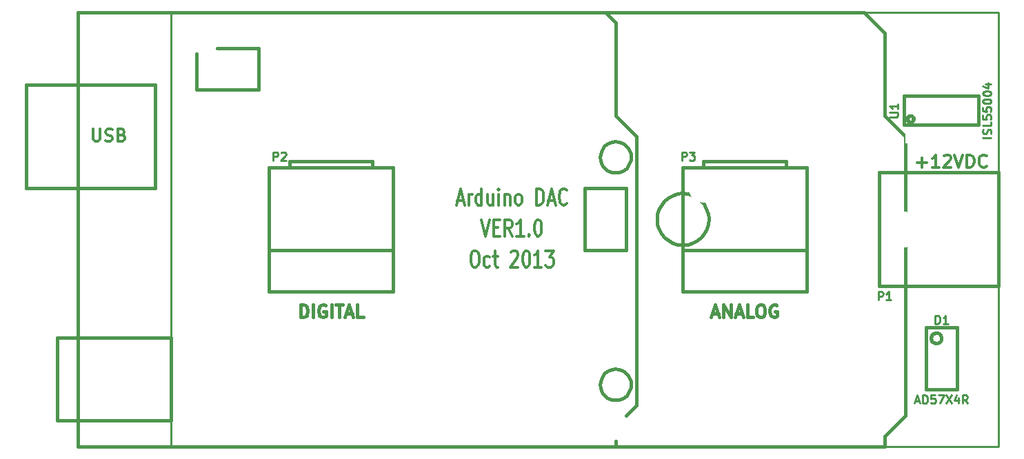
<source format=gto>
G04 (created by PCBNEW-RS274X (2011-05-25)-stable) date Fri 11 Oct 2013 04:24:49 PM EDT*
G01*
G70*
G90*
%MOIN*%
G04 Gerber Fmt 3.4, Leading zero omitted, Abs format*
%FSLAX34Y34*%
G04 APERTURE LIST*
%ADD10C,0.006000*%
%ADD11C,0.012000*%
%ADD12C,0.009000*%
%ADD13C,0.015000*%
%ADD14C,0.010000*%
%ADD15C,0.096000*%
%ADD16C,0.160000*%
%ADD17C,0.180000*%
%ADD18C,0.175000*%
%ADD19O,0.080000X0.120000*%
%ADD20C,0.080000*%
%ADD21R,0.059100X0.019700*%
%ADD22C,0.140000*%
%ADD23R,0.085000X0.085000*%
%ADD24C,0.085000*%
%ADD25R,0.045000X0.080000*%
G04 APERTURE END LIST*
G54D10*
G54D11*
X63357Y-39595D02*
X63643Y-39595D01*
X63300Y-39824D02*
X63500Y-39024D01*
X63700Y-39824D01*
X63900Y-39824D02*
X63900Y-39290D01*
X63900Y-39443D02*
X63928Y-39367D01*
X63957Y-39329D01*
X64014Y-39290D01*
X64071Y-39290D01*
X64528Y-39824D02*
X64528Y-39024D01*
X64528Y-39786D02*
X64471Y-39824D01*
X64357Y-39824D01*
X64299Y-39786D01*
X64271Y-39748D01*
X64242Y-39671D01*
X64242Y-39443D01*
X64271Y-39367D01*
X64299Y-39329D01*
X64357Y-39290D01*
X64471Y-39290D01*
X64528Y-39329D01*
X65071Y-39290D02*
X65071Y-39824D01*
X64814Y-39290D02*
X64814Y-39710D01*
X64842Y-39786D01*
X64900Y-39824D01*
X64985Y-39824D01*
X65042Y-39786D01*
X65071Y-39748D01*
X65357Y-39824D02*
X65357Y-39290D01*
X65357Y-39024D02*
X65328Y-39062D01*
X65357Y-39100D01*
X65385Y-39062D01*
X65357Y-39024D01*
X65357Y-39100D01*
X65643Y-39290D02*
X65643Y-39824D01*
X65643Y-39367D02*
X65671Y-39329D01*
X65729Y-39290D01*
X65814Y-39290D01*
X65871Y-39329D01*
X65900Y-39405D01*
X65900Y-39824D01*
X66272Y-39824D02*
X66214Y-39786D01*
X66186Y-39748D01*
X66157Y-39671D01*
X66157Y-39443D01*
X66186Y-39367D01*
X66214Y-39329D01*
X66272Y-39290D01*
X66357Y-39290D01*
X66414Y-39329D01*
X66443Y-39367D01*
X66472Y-39443D01*
X66472Y-39671D01*
X66443Y-39748D01*
X66414Y-39786D01*
X66357Y-39824D01*
X66272Y-39824D01*
X67186Y-39824D02*
X67186Y-39024D01*
X67329Y-39024D01*
X67414Y-39062D01*
X67472Y-39138D01*
X67500Y-39214D01*
X67529Y-39367D01*
X67529Y-39481D01*
X67500Y-39633D01*
X67472Y-39710D01*
X67414Y-39786D01*
X67329Y-39824D01*
X67186Y-39824D01*
X67757Y-39595D02*
X68043Y-39595D01*
X67700Y-39824D02*
X67900Y-39024D01*
X68100Y-39824D01*
X68643Y-39748D02*
X68614Y-39786D01*
X68528Y-39824D01*
X68471Y-39824D01*
X68386Y-39786D01*
X68328Y-39710D01*
X68300Y-39633D01*
X68271Y-39481D01*
X68271Y-39367D01*
X68300Y-39214D01*
X68328Y-39138D01*
X68386Y-39062D01*
X68471Y-39024D01*
X68528Y-39024D01*
X68614Y-39062D01*
X68643Y-39100D01*
X64144Y-42024D02*
X64258Y-42024D01*
X64316Y-42062D01*
X64373Y-42138D01*
X64401Y-42290D01*
X64401Y-42557D01*
X64373Y-42710D01*
X64316Y-42786D01*
X64258Y-42824D01*
X64144Y-42824D01*
X64087Y-42786D01*
X64030Y-42710D01*
X64001Y-42557D01*
X64001Y-42290D01*
X64030Y-42138D01*
X64087Y-42062D01*
X64144Y-42024D01*
X64916Y-42786D02*
X64859Y-42824D01*
X64745Y-42824D01*
X64687Y-42786D01*
X64659Y-42748D01*
X64630Y-42671D01*
X64630Y-42443D01*
X64659Y-42367D01*
X64687Y-42329D01*
X64745Y-42290D01*
X64859Y-42290D01*
X64916Y-42329D01*
X65087Y-42290D02*
X65316Y-42290D01*
X65173Y-42024D02*
X65173Y-42710D01*
X65201Y-42786D01*
X65259Y-42824D01*
X65316Y-42824D01*
X65944Y-42100D02*
X65973Y-42062D01*
X66030Y-42024D01*
X66173Y-42024D01*
X66230Y-42062D01*
X66259Y-42100D01*
X66287Y-42176D01*
X66287Y-42252D01*
X66259Y-42367D01*
X65916Y-42824D01*
X66287Y-42824D01*
X66658Y-42024D02*
X66715Y-42024D01*
X66772Y-42062D01*
X66801Y-42100D01*
X66830Y-42176D01*
X66858Y-42329D01*
X66858Y-42519D01*
X66830Y-42671D01*
X66801Y-42748D01*
X66772Y-42786D01*
X66715Y-42824D01*
X66658Y-42824D01*
X66601Y-42786D01*
X66572Y-42748D01*
X66544Y-42671D01*
X66515Y-42519D01*
X66515Y-42329D01*
X66544Y-42176D01*
X66572Y-42100D01*
X66601Y-42062D01*
X66658Y-42024D01*
X67429Y-42824D02*
X67086Y-42824D01*
X67258Y-42824D02*
X67258Y-42024D01*
X67201Y-42138D01*
X67143Y-42214D01*
X67086Y-42252D01*
X67629Y-42024D02*
X68000Y-42024D01*
X67800Y-42329D01*
X67886Y-42329D01*
X67943Y-42367D01*
X67972Y-42405D01*
X68000Y-42481D01*
X68000Y-42671D01*
X67972Y-42748D01*
X67943Y-42786D01*
X67886Y-42824D01*
X67714Y-42824D01*
X67657Y-42786D01*
X67629Y-42748D01*
X64515Y-40524D02*
X64715Y-41324D01*
X64915Y-40524D01*
X65115Y-40905D02*
X65315Y-40905D01*
X65401Y-41324D02*
X65115Y-41324D01*
X65115Y-40524D01*
X65401Y-40524D01*
X66001Y-41324D02*
X65801Y-40943D01*
X65658Y-41324D02*
X65658Y-40524D01*
X65886Y-40524D01*
X65944Y-40562D01*
X65972Y-40600D01*
X66001Y-40676D01*
X66001Y-40790D01*
X65972Y-40867D01*
X65944Y-40905D01*
X65886Y-40943D01*
X65658Y-40943D01*
X66572Y-41324D02*
X66229Y-41324D01*
X66401Y-41324D02*
X66401Y-40524D01*
X66344Y-40638D01*
X66286Y-40714D01*
X66229Y-40752D01*
X66829Y-41248D02*
X66857Y-41286D01*
X66829Y-41324D01*
X66800Y-41286D01*
X66829Y-41248D01*
X66829Y-41324D01*
X67229Y-40524D02*
X67286Y-40524D01*
X67343Y-40562D01*
X67372Y-40600D01*
X67401Y-40676D01*
X67429Y-40829D01*
X67429Y-41019D01*
X67401Y-41171D01*
X67372Y-41248D01*
X67343Y-41286D01*
X67286Y-41324D01*
X67229Y-41324D01*
X67172Y-41286D01*
X67143Y-41248D01*
X67115Y-41171D01*
X67086Y-41019D01*
X67086Y-40829D01*
X67115Y-40676D01*
X67143Y-40600D01*
X67172Y-40562D01*
X67229Y-40524D01*
G54D12*
X89500Y-30500D02*
X49500Y-30500D01*
X89500Y-51500D02*
X89500Y-30500D01*
X49500Y-51500D02*
X89500Y-51500D01*
X49500Y-30500D02*
X49500Y-51500D01*
G54D13*
X89500Y-38250D02*
X89500Y-43750D01*
X89500Y-43750D02*
X83750Y-43750D01*
X83750Y-43750D02*
X83750Y-38250D01*
X83750Y-38250D02*
X89500Y-38250D01*
X71750Y-48500D02*
X71735Y-48645D01*
X71693Y-48785D01*
X71624Y-48915D01*
X71532Y-49028D01*
X71419Y-49121D01*
X71290Y-49191D01*
X71150Y-49234D01*
X71005Y-49249D01*
X70860Y-49236D01*
X70720Y-49195D01*
X70590Y-49127D01*
X70476Y-49035D01*
X70382Y-48923D01*
X70311Y-48795D01*
X70267Y-48655D01*
X70251Y-48510D01*
X70263Y-48365D01*
X70303Y-48224D01*
X70370Y-48094D01*
X70461Y-47980D01*
X70572Y-47885D01*
X70700Y-47813D01*
X70839Y-47768D01*
X70985Y-47751D01*
X71130Y-47762D01*
X71271Y-47801D01*
X71401Y-47867D01*
X71517Y-47957D01*
X71612Y-48068D01*
X71685Y-48195D01*
X71731Y-48334D01*
X71749Y-48480D01*
X71750Y-48500D01*
X71750Y-37500D02*
X71735Y-37645D01*
X71693Y-37785D01*
X71624Y-37915D01*
X71532Y-38028D01*
X71419Y-38121D01*
X71290Y-38191D01*
X71150Y-38234D01*
X71005Y-38249D01*
X70860Y-38236D01*
X70720Y-38195D01*
X70590Y-38127D01*
X70476Y-38035D01*
X70382Y-37923D01*
X70311Y-37795D01*
X70267Y-37655D01*
X70251Y-37510D01*
X70263Y-37365D01*
X70303Y-37224D01*
X70370Y-37094D01*
X70461Y-36980D01*
X70572Y-36885D01*
X70700Y-36813D01*
X70839Y-36768D01*
X70985Y-36751D01*
X71130Y-36762D01*
X71271Y-36801D01*
X71401Y-36867D01*
X71517Y-36957D01*
X71612Y-37068D01*
X71685Y-37195D01*
X71731Y-37334D01*
X71749Y-37480D01*
X71750Y-37500D01*
X69500Y-42000D02*
X71500Y-42000D01*
X71500Y-42000D02*
X71500Y-39000D01*
X71500Y-39000D02*
X69500Y-39000D01*
X69500Y-39000D02*
X69500Y-42000D01*
X50750Y-34250D02*
X50750Y-32500D01*
X51750Y-32250D02*
X53750Y-32250D01*
X53750Y-32250D02*
X53750Y-34250D01*
X53750Y-34250D02*
X50750Y-34250D01*
X75500Y-40500D02*
X75476Y-40742D01*
X75405Y-40976D01*
X75291Y-41191D01*
X75136Y-41380D01*
X74948Y-41536D01*
X74734Y-41652D01*
X74501Y-41724D01*
X74258Y-41749D01*
X74016Y-41727D01*
X73782Y-41658D01*
X73566Y-41545D01*
X73376Y-41393D01*
X73219Y-41206D01*
X73102Y-40992D01*
X73028Y-40759D01*
X73001Y-40517D01*
X73021Y-40275D01*
X73088Y-40040D01*
X73200Y-39823D01*
X73351Y-39632D01*
X73537Y-39474D01*
X73750Y-39355D01*
X73982Y-39280D01*
X74224Y-39251D01*
X74467Y-39269D01*
X74702Y-39335D01*
X74919Y-39445D01*
X75112Y-39595D01*
X75271Y-39780D01*
X75391Y-39992D01*
X75468Y-40224D01*
X75499Y-40466D01*
X75500Y-40500D01*
X42500Y-39000D02*
X42500Y-34000D01*
X42500Y-34000D02*
X48750Y-34000D01*
X48750Y-34000D02*
X48750Y-39000D01*
X48750Y-39000D02*
X42500Y-39000D01*
X71000Y-51250D02*
X71000Y-51500D01*
X71500Y-50000D02*
X72000Y-49500D01*
X44000Y-50250D02*
X44000Y-46250D01*
X44000Y-46250D02*
X49500Y-46250D01*
X49500Y-46250D02*
X49500Y-50250D01*
X49500Y-50250D02*
X44000Y-50250D01*
X70500Y-30500D02*
X71000Y-31000D01*
X71000Y-31000D02*
X71000Y-35500D01*
X71000Y-35500D02*
X72000Y-36500D01*
X72000Y-36500D02*
X72000Y-49500D01*
X45000Y-51500D02*
X45000Y-30500D01*
X45000Y-30500D02*
X83000Y-30500D01*
X83000Y-30500D02*
X84000Y-31500D01*
X84000Y-31500D02*
X84000Y-35500D01*
X84000Y-35500D02*
X85000Y-36500D01*
X85000Y-36500D02*
X85000Y-50000D01*
X85000Y-50000D02*
X84000Y-51000D01*
X84000Y-51000D02*
X84000Y-51500D01*
X84000Y-51500D02*
X45000Y-51500D01*
X86750Y-46250D02*
X86745Y-46298D01*
X86731Y-46345D01*
X86708Y-46388D01*
X86677Y-46426D01*
X86639Y-46457D01*
X86596Y-46480D01*
X86550Y-46494D01*
X86501Y-46499D01*
X86454Y-46495D01*
X86407Y-46481D01*
X86364Y-46459D01*
X86326Y-46428D01*
X86294Y-46391D01*
X86271Y-46348D01*
X86256Y-46301D01*
X86251Y-46253D01*
X86255Y-46205D01*
X86268Y-46158D01*
X86290Y-46115D01*
X86321Y-46077D01*
X86358Y-46045D01*
X86400Y-46021D01*
X86447Y-46006D01*
X86495Y-46001D01*
X86543Y-46004D01*
X86590Y-46017D01*
X86633Y-46039D01*
X86672Y-46069D01*
X86704Y-46106D01*
X86728Y-46149D01*
X86743Y-46195D01*
X86749Y-46244D01*
X86750Y-46250D01*
X86000Y-45750D02*
X86000Y-48750D01*
X86000Y-48750D02*
X87500Y-48750D01*
X87500Y-48750D02*
X87500Y-45750D01*
X87500Y-45750D02*
X86000Y-45750D01*
X60250Y-38000D02*
X60250Y-44000D01*
X54250Y-38000D02*
X54250Y-44000D01*
X55250Y-38000D02*
X55250Y-37700D01*
X55250Y-37700D02*
X59250Y-37700D01*
X59250Y-37700D02*
X59250Y-38000D01*
X54250Y-42000D02*
X60250Y-42000D01*
X54250Y-38000D02*
X60250Y-38000D01*
X54250Y-44000D02*
X60250Y-44000D01*
X80250Y-38000D02*
X80250Y-44000D01*
X74250Y-38000D02*
X74250Y-44000D01*
X75250Y-38000D02*
X75250Y-37700D01*
X75250Y-37700D02*
X79250Y-37700D01*
X79250Y-37700D02*
X79250Y-38000D01*
X74250Y-42000D02*
X80250Y-42000D01*
X74250Y-38000D02*
X80250Y-38000D01*
X74250Y-44000D02*
X80250Y-44000D01*
X85400Y-35650D02*
X85397Y-35679D01*
X85388Y-35707D01*
X85374Y-35733D01*
X85356Y-35755D01*
X85333Y-35774D01*
X85308Y-35788D01*
X85280Y-35796D01*
X85251Y-35799D01*
X85222Y-35797D01*
X85194Y-35789D01*
X85168Y-35775D01*
X85146Y-35757D01*
X85127Y-35734D01*
X85113Y-35709D01*
X85104Y-35681D01*
X85101Y-35652D01*
X85103Y-35623D01*
X85111Y-35595D01*
X85124Y-35569D01*
X85143Y-35546D01*
X85165Y-35527D01*
X85190Y-35513D01*
X85218Y-35504D01*
X85247Y-35501D01*
X85276Y-35503D01*
X85304Y-35511D01*
X85330Y-35524D01*
X85353Y-35542D01*
X85372Y-35564D01*
X85387Y-35589D01*
X85396Y-35617D01*
X85399Y-35646D01*
X85400Y-35650D01*
X84950Y-35950D02*
X88550Y-35950D01*
X88550Y-35950D02*
X88550Y-34550D01*
X88550Y-34550D02*
X84950Y-34550D01*
X84950Y-34550D02*
X84950Y-35950D01*
G54D14*
X83705Y-44412D02*
X83705Y-44012D01*
X83858Y-44012D01*
X83896Y-44031D01*
X83915Y-44050D01*
X83934Y-44088D01*
X83934Y-44145D01*
X83915Y-44183D01*
X83896Y-44202D01*
X83858Y-44221D01*
X83705Y-44221D01*
X84315Y-44412D02*
X84086Y-44412D01*
X84200Y-44412D02*
X84200Y-44012D01*
X84162Y-44069D01*
X84124Y-44107D01*
X84086Y-44126D01*
G54D11*
X85594Y-37764D02*
X86051Y-37764D01*
X85822Y-37993D02*
X85822Y-37536D01*
X86651Y-37993D02*
X86308Y-37993D01*
X86480Y-37993D02*
X86480Y-37393D01*
X86423Y-37479D01*
X86365Y-37536D01*
X86308Y-37564D01*
X86879Y-37450D02*
X86908Y-37421D01*
X86965Y-37393D01*
X87108Y-37393D01*
X87165Y-37421D01*
X87194Y-37450D01*
X87222Y-37507D01*
X87222Y-37564D01*
X87194Y-37650D01*
X86851Y-37993D01*
X87222Y-37993D01*
X87393Y-37393D02*
X87593Y-37993D01*
X87793Y-37393D01*
X87993Y-37993D02*
X87993Y-37393D01*
X88136Y-37393D01*
X88221Y-37421D01*
X88279Y-37479D01*
X88307Y-37536D01*
X88336Y-37650D01*
X88336Y-37736D01*
X88307Y-37850D01*
X88279Y-37907D01*
X88221Y-37964D01*
X88136Y-37993D01*
X87993Y-37993D01*
X88936Y-37936D02*
X88907Y-37964D01*
X88821Y-37993D01*
X88764Y-37993D01*
X88679Y-37964D01*
X88621Y-37907D01*
X88593Y-37850D01*
X88564Y-37736D01*
X88564Y-37650D01*
X88593Y-37536D01*
X88621Y-37479D01*
X88679Y-37421D01*
X88764Y-37393D01*
X88821Y-37393D01*
X88907Y-37421D01*
X88936Y-37450D01*
X45743Y-36143D02*
X45743Y-36629D01*
X45771Y-36686D01*
X45800Y-36714D01*
X45857Y-36743D01*
X45971Y-36743D01*
X46029Y-36714D01*
X46057Y-36686D01*
X46086Y-36629D01*
X46086Y-36143D01*
X46343Y-36714D02*
X46429Y-36743D01*
X46572Y-36743D01*
X46629Y-36714D01*
X46658Y-36686D01*
X46686Y-36629D01*
X46686Y-36571D01*
X46658Y-36514D01*
X46629Y-36486D01*
X46572Y-36457D01*
X46458Y-36429D01*
X46400Y-36400D01*
X46372Y-36371D01*
X46343Y-36314D01*
X46343Y-36257D01*
X46372Y-36200D01*
X46400Y-36171D01*
X46458Y-36143D01*
X46600Y-36143D01*
X46686Y-36171D01*
X47143Y-36429D02*
X47229Y-36457D01*
X47257Y-36486D01*
X47286Y-36543D01*
X47286Y-36629D01*
X47257Y-36686D01*
X47229Y-36714D01*
X47171Y-36743D01*
X46943Y-36743D01*
X46943Y-36143D01*
X47143Y-36143D01*
X47200Y-36171D01*
X47229Y-36200D01*
X47257Y-36257D01*
X47257Y-36314D01*
X47229Y-36371D01*
X47200Y-36400D01*
X47143Y-36429D01*
X46943Y-36429D01*
G54D14*
X86455Y-45562D02*
X86455Y-45162D01*
X86550Y-45162D01*
X86608Y-45181D01*
X86646Y-45219D01*
X86665Y-45257D01*
X86684Y-45333D01*
X86684Y-45390D01*
X86665Y-45467D01*
X86646Y-45505D01*
X86608Y-45543D01*
X86550Y-45562D01*
X86455Y-45562D01*
X87065Y-45562D02*
X86836Y-45562D01*
X86950Y-45562D02*
X86950Y-45162D01*
X86912Y-45219D01*
X86874Y-45257D01*
X86836Y-45276D01*
X85493Y-49298D02*
X85684Y-49298D01*
X85455Y-49412D02*
X85588Y-49012D01*
X85722Y-49412D01*
X85855Y-49412D02*
X85855Y-49012D01*
X85950Y-49012D01*
X86008Y-49031D01*
X86046Y-49069D01*
X86065Y-49107D01*
X86084Y-49183D01*
X86084Y-49240D01*
X86065Y-49317D01*
X86046Y-49355D01*
X86008Y-49393D01*
X85950Y-49412D01*
X85855Y-49412D01*
X86446Y-49012D02*
X86255Y-49012D01*
X86236Y-49202D01*
X86255Y-49183D01*
X86293Y-49164D01*
X86389Y-49164D01*
X86427Y-49183D01*
X86446Y-49202D01*
X86465Y-49240D01*
X86465Y-49336D01*
X86446Y-49374D01*
X86427Y-49393D01*
X86389Y-49412D01*
X86293Y-49412D01*
X86255Y-49393D01*
X86236Y-49374D01*
X86598Y-49012D02*
X86865Y-49012D01*
X86693Y-49412D01*
X86979Y-49012D02*
X87246Y-49412D01*
X87246Y-49012D02*
X86979Y-49412D01*
X87570Y-49145D02*
X87570Y-49412D01*
X87474Y-48993D02*
X87379Y-49279D01*
X87627Y-49279D01*
X88008Y-49412D02*
X87874Y-49221D01*
X87779Y-49412D02*
X87779Y-49012D01*
X87932Y-49012D01*
X87970Y-49031D01*
X87989Y-49050D01*
X88008Y-49088D01*
X88008Y-49145D01*
X87989Y-49183D01*
X87970Y-49202D01*
X87932Y-49221D01*
X87779Y-49221D01*
X54455Y-37662D02*
X54455Y-37262D01*
X54608Y-37262D01*
X54646Y-37281D01*
X54665Y-37300D01*
X54684Y-37338D01*
X54684Y-37395D01*
X54665Y-37433D01*
X54646Y-37452D01*
X54608Y-37471D01*
X54455Y-37471D01*
X54836Y-37300D02*
X54855Y-37281D01*
X54893Y-37262D01*
X54989Y-37262D01*
X55027Y-37281D01*
X55046Y-37300D01*
X55065Y-37338D01*
X55065Y-37376D01*
X55046Y-37433D01*
X54817Y-37662D01*
X55065Y-37662D01*
G54D13*
X55779Y-45243D02*
X55779Y-44643D01*
X55922Y-44643D01*
X56007Y-44671D01*
X56065Y-44729D01*
X56093Y-44786D01*
X56122Y-44900D01*
X56122Y-44986D01*
X56093Y-45100D01*
X56065Y-45157D01*
X56007Y-45214D01*
X55922Y-45243D01*
X55779Y-45243D01*
X56379Y-45243D02*
X56379Y-44643D01*
X56979Y-44671D02*
X56922Y-44643D01*
X56836Y-44643D01*
X56751Y-44671D01*
X56693Y-44729D01*
X56665Y-44786D01*
X56636Y-44900D01*
X56636Y-44986D01*
X56665Y-45100D01*
X56693Y-45157D01*
X56751Y-45214D01*
X56836Y-45243D01*
X56893Y-45243D01*
X56979Y-45214D01*
X57008Y-45186D01*
X57008Y-44986D01*
X56893Y-44986D01*
X57265Y-45243D02*
X57265Y-44643D01*
X57465Y-44643D02*
X57808Y-44643D01*
X57637Y-45243D02*
X57637Y-44643D01*
X57979Y-45071D02*
X58265Y-45071D01*
X57922Y-45243D02*
X58122Y-44643D01*
X58322Y-45243D01*
X58808Y-45243D02*
X58522Y-45243D01*
X58522Y-44643D01*
G54D14*
X74205Y-37662D02*
X74205Y-37262D01*
X74358Y-37262D01*
X74396Y-37281D01*
X74415Y-37300D01*
X74434Y-37338D01*
X74434Y-37395D01*
X74415Y-37433D01*
X74396Y-37452D01*
X74358Y-37471D01*
X74205Y-37471D01*
X74567Y-37262D02*
X74815Y-37262D01*
X74681Y-37414D01*
X74739Y-37414D01*
X74777Y-37433D01*
X74796Y-37452D01*
X74815Y-37490D01*
X74815Y-37586D01*
X74796Y-37624D01*
X74777Y-37643D01*
X74739Y-37662D01*
X74624Y-37662D01*
X74586Y-37643D01*
X74567Y-37624D01*
G54D13*
X75678Y-45071D02*
X75964Y-45071D01*
X75621Y-45243D02*
X75821Y-44643D01*
X76021Y-45243D01*
X76221Y-45243D02*
X76221Y-44643D01*
X76564Y-45243D01*
X76564Y-44643D01*
X76821Y-45071D02*
X77107Y-45071D01*
X76764Y-45243D02*
X76964Y-44643D01*
X77164Y-45243D01*
X77650Y-45243D02*
X77364Y-45243D01*
X77364Y-44643D01*
X77964Y-44643D02*
X78078Y-44643D01*
X78136Y-44671D01*
X78193Y-44729D01*
X78221Y-44843D01*
X78221Y-45043D01*
X78193Y-45157D01*
X78136Y-45214D01*
X78078Y-45243D01*
X77964Y-45243D01*
X77907Y-45214D01*
X77850Y-45157D01*
X77821Y-45043D01*
X77821Y-44843D01*
X77850Y-44729D01*
X77907Y-44671D01*
X77964Y-44643D01*
X78793Y-44671D02*
X78736Y-44643D01*
X78650Y-44643D01*
X78565Y-44671D01*
X78507Y-44729D01*
X78479Y-44786D01*
X78450Y-44900D01*
X78450Y-44986D01*
X78479Y-45100D01*
X78507Y-45157D01*
X78565Y-45214D01*
X78650Y-45243D01*
X78707Y-45243D01*
X78793Y-45214D01*
X78822Y-45186D01*
X78822Y-44986D01*
X78707Y-44986D01*
G54D14*
X84262Y-35555D02*
X84586Y-35555D01*
X84624Y-35536D01*
X84643Y-35517D01*
X84662Y-35479D01*
X84662Y-35402D01*
X84643Y-35364D01*
X84624Y-35345D01*
X84586Y-35326D01*
X84262Y-35326D01*
X84662Y-34926D02*
X84662Y-35155D01*
X84662Y-35041D02*
X84262Y-35041D01*
X84319Y-35079D01*
X84357Y-35117D01*
X84376Y-35155D01*
X89162Y-36555D02*
X88762Y-36555D01*
X89143Y-36384D02*
X89162Y-36327D01*
X89162Y-36231D01*
X89143Y-36193D01*
X89124Y-36174D01*
X89086Y-36155D01*
X89048Y-36155D01*
X89010Y-36174D01*
X88990Y-36193D01*
X88971Y-36231D01*
X88952Y-36308D01*
X88933Y-36346D01*
X88914Y-36365D01*
X88876Y-36384D01*
X88838Y-36384D01*
X88800Y-36365D01*
X88781Y-36346D01*
X88762Y-36308D01*
X88762Y-36212D01*
X88781Y-36155D01*
X89162Y-35793D02*
X89162Y-35984D01*
X88762Y-35984D01*
X88762Y-35469D02*
X88762Y-35660D01*
X88952Y-35679D01*
X88933Y-35660D01*
X88914Y-35622D01*
X88914Y-35526D01*
X88933Y-35488D01*
X88952Y-35469D01*
X88990Y-35450D01*
X89086Y-35450D01*
X89124Y-35469D01*
X89143Y-35488D01*
X89162Y-35526D01*
X89162Y-35622D01*
X89143Y-35660D01*
X89124Y-35679D01*
X88762Y-35088D02*
X88762Y-35279D01*
X88952Y-35298D01*
X88933Y-35279D01*
X88914Y-35241D01*
X88914Y-35145D01*
X88933Y-35107D01*
X88952Y-35088D01*
X88990Y-35069D01*
X89086Y-35069D01*
X89124Y-35088D01*
X89143Y-35107D01*
X89162Y-35145D01*
X89162Y-35241D01*
X89143Y-35279D01*
X89124Y-35298D01*
X88762Y-34822D02*
X88762Y-34783D01*
X88781Y-34745D01*
X88800Y-34726D01*
X88838Y-34707D01*
X88914Y-34688D01*
X89010Y-34688D01*
X89086Y-34707D01*
X89124Y-34726D01*
X89143Y-34745D01*
X89162Y-34783D01*
X89162Y-34822D01*
X89143Y-34860D01*
X89124Y-34879D01*
X89086Y-34898D01*
X89010Y-34917D01*
X88914Y-34917D01*
X88838Y-34898D01*
X88800Y-34879D01*
X88781Y-34860D01*
X88762Y-34822D01*
X88762Y-34441D02*
X88762Y-34402D01*
X88781Y-34364D01*
X88800Y-34345D01*
X88838Y-34326D01*
X88914Y-34307D01*
X89010Y-34307D01*
X89086Y-34326D01*
X89124Y-34345D01*
X89143Y-34364D01*
X89162Y-34402D01*
X89162Y-34441D01*
X89143Y-34479D01*
X89124Y-34498D01*
X89086Y-34517D01*
X89010Y-34536D01*
X88914Y-34536D01*
X88838Y-34517D01*
X88800Y-34498D01*
X88781Y-34479D01*
X88762Y-34441D01*
X88895Y-33964D02*
X89162Y-33964D01*
X88743Y-34060D02*
X89029Y-34155D01*
X89029Y-33907D01*
%LPC*%
G54D15*
X88320Y-41000D03*
G54D16*
X87140Y-41000D03*
G54D17*
X84780Y-41000D03*
G54D16*
X87530Y-39230D03*
X87530Y-42770D03*
G54D18*
X50500Y-50500D03*
X51000Y-31500D03*
X83000Y-50500D03*
X80500Y-31500D03*
G54D19*
X56000Y-50500D03*
X57000Y-50500D03*
X58000Y-50500D03*
X59000Y-50500D03*
X60000Y-50500D03*
X61000Y-50500D03*
X62000Y-50500D03*
X63000Y-50500D03*
X65000Y-50500D03*
X66000Y-50500D03*
X67000Y-50500D03*
X68000Y-50500D03*
X69000Y-50500D03*
X70000Y-50500D03*
X71000Y-50500D03*
X72000Y-50500D03*
X74000Y-50500D03*
X75000Y-50500D03*
X76000Y-50500D03*
X77000Y-50500D03*
X78000Y-50500D03*
X79000Y-50500D03*
X80000Y-50500D03*
X81000Y-50500D03*
X52400Y-31500D03*
X53400Y-31500D03*
X54400Y-31500D03*
X55400Y-31500D03*
X56400Y-31500D03*
X57400Y-31500D03*
X58400Y-31500D03*
X59400Y-31500D03*
X60400Y-31500D03*
X61400Y-31500D03*
X63000Y-31500D03*
X70000Y-31500D03*
X69000Y-31500D03*
X68000Y-31500D03*
X67000Y-31500D03*
X66000Y-31500D03*
X65000Y-31500D03*
X64000Y-31500D03*
X72000Y-31500D03*
X73000Y-31500D03*
X74000Y-31500D03*
X75000Y-31500D03*
X76000Y-31500D03*
X77000Y-31500D03*
X78000Y-31500D03*
X79000Y-31500D03*
G54D20*
X82000Y-31500D03*
X83000Y-31500D03*
X82000Y-32500D03*
X83000Y-32500D03*
X82000Y-33500D03*
X83000Y-33500D03*
X82000Y-34500D03*
X83000Y-34500D03*
X82000Y-35500D03*
X83000Y-35500D03*
X82000Y-36500D03*
X83000Y-36500D03*
X82000Y-37500D03*
X83000Y-37500D03*
X82000Y-38500D03*
X83000Y-38500D03*
X82000Y-39500D03*
X83000Y-39500D03*
X82000Y-40500D03*
X83000Y-40500D03*
X82000Y-41500D03*
X83000Y-41500D03*
X82000Y-42500D03*
X83000Y-42500D03*
X82000Y-43500D03*
X83000Y-43500D03*
X82000Y-44500D03*
X83000Y-44500D03*
X82000Y-45500D03*
X83000Y-45500D03*
X82000Y-46500D03*
X83000Y-46500D03*
X82000Y-47500D03*
X83000Y-47500D03*
X82000Y-48500D03*
X83000Y-48500D03*
G54D21*
X85590Y-46100D03*
X85590Y-46354D03*
X85590Y-46610D03*
X85590Y-46866D03*
X85590Y-47122D03*
X85590Y-47378D03*
X85590Y-47634D03*
X85590Y-47890D03*
X85590Y-48146D03*
X85590Y-48400D03*
X87910Y-48400D03*
X87910Y-48146D03*
X87910Y-47890D03*
X87910Y-47634D03*
X87910Y-47378D03*
X87910Y-47122D03*
X87910Y-46866D03*
X87910Y-46610D03*
X87910Y-46354D03*
X87910Y-46100D03*
X85590Y-45840D03*
X87910Y-45840D03*
X85590Y-48660D03*
X87910Y-48660D03*
G54D22*
X55250Y-39000D03*
X59250Y-39000D03*
G54D23*
X57250Y-41000D03*
G54D24*
X56250Y-41000D03*
G54D22*
X55250Y-43000D03*
X75250Y-39000D03*
X79250Y-39000D03*
G54D23*
X77250Y-41000D03*
G54D24*
X76250Y-41000D03*
G54D22*
X75250Y-43000D03*
G54D25*
X85250Y-36450D03*
X85750Y-36450D03*
X86250Y-36450D03*
X86750Y-36450D03*
X87250Y-36450D03*
X87750Y-36450D03*
X88250Y-36450D03*
X88250Y-34050D03*
X87750Y-34050D03*
X87250Y-34050D03*
X86750Y-34050D03*
X86250Y-34050D03*
X85750Y-34050D03*
X85250Y-34050D03*
M02*

</source>
